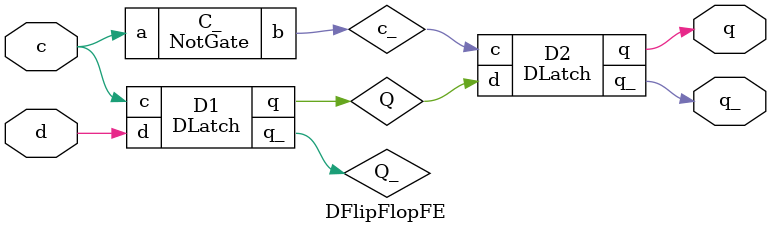
<source format=v>
module NotGate(a,b) ;

output b ;
input a ;

nand(b,a,a) ;

endmodule 

module AndGate(a,b,c) ;

output c ;
input a,b ;
wire x ;

nand(x,a,b) ;
nand(c,x,x) ; 

endmodule 

module OrGate(a,b,c) ;

output c ;
input a,b ;
wire x,y ;

nand(x,a,a) ;
nand(y,b,b) ;
nand(c,x,y) ;

endmodule 

module Mux2x1(a,b,s,c) ;

output c ;
input a,b,s ;
wire x,y,z ;

NotGate NG_1(s,z );
AndGate AG_1(a,z,x) ;
AndGate AG_2(b,s,y) ;
OrGate OG_1(x,y,c) ;

endmodule 

module DLatch(d,c,q,q_) ;

output q,q_ ;
input d,c ;
wire c_,s,r,x,y ;

AndGate S(d,d,s) ;
NotGate R(d,r) ;
nand(x,c,s) ;
nand(y,c,r) ;
nand(q,q_,x) ;
nand(q_,q,y) ;

endmodule 

module DFlipFlopFE(d,c,q,q_) ;

output q,q_ ;
input d,c ;
wire c_,Q,Q_ ;

NotGate C_(c,c_) ;

DLatch D1(d,c,Q,Q_) ;
DLatch D2(Q,c_,q,q_) ;

endmodule 


</source>
